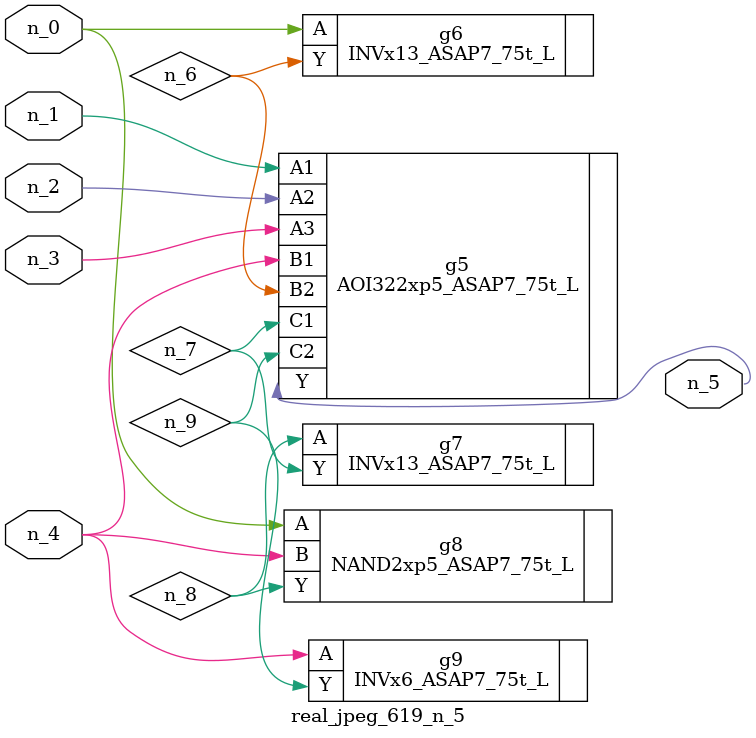
<source format=v>
module real_jpeg_619_n_5 (n_4, n_0, n_1, n_2, n_3, n_5);

input n_4;
input n_0;
input n_1;
input n_2;
input n_3;

output n_5;

wire n_8;
wire n_6;
wire n_7;
wire n_9;

INVx13_ASAP7_75t_L g6 ( 
.A(n_0),
.Y(n_6)
);

NAND2xp5_ASAP7_75t_L g8 ( 
.A(n_0),
.B(n_4),
.Y(n_8)
);

AOI322xp5_ASAP7_75t_L g5 ( 
.A1(n_1),
.A2(n_2),
.A3(n_3),
.B1(n_4),
.B2(n_6),
.C1(n_7),
.C2(n_9),
.Y(n_5)
);

INVx6_ASAP7_75t_L g9 ( 
.A(n_4),
.Y(n_9)
);

INVx13_ASAP7_75t_L g7 ( 
.A(n_8),
.Y(n_7)
);


endmodule
</source>
